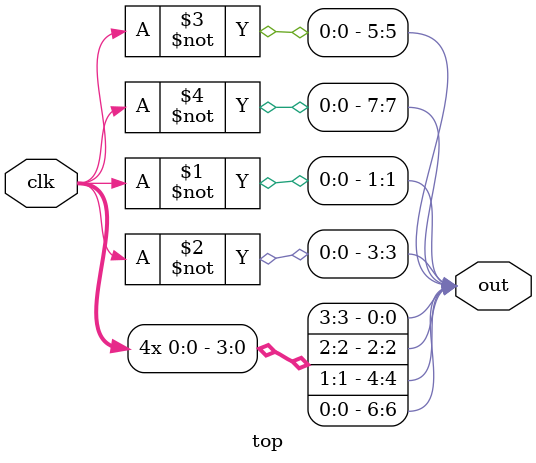
<source format=v>
module top(
  input        clk,
  output [0:7] out
);

assign out[0] = clk;
assign out[1] = ~clk;
assign out[2] = clk;
assign out[3] = ~clk;
assign out[4] = clk;
assign out[5] = ~clk;
assign out[6] = clk;
assign out[7] = ~clk;

endmodule

</source>
